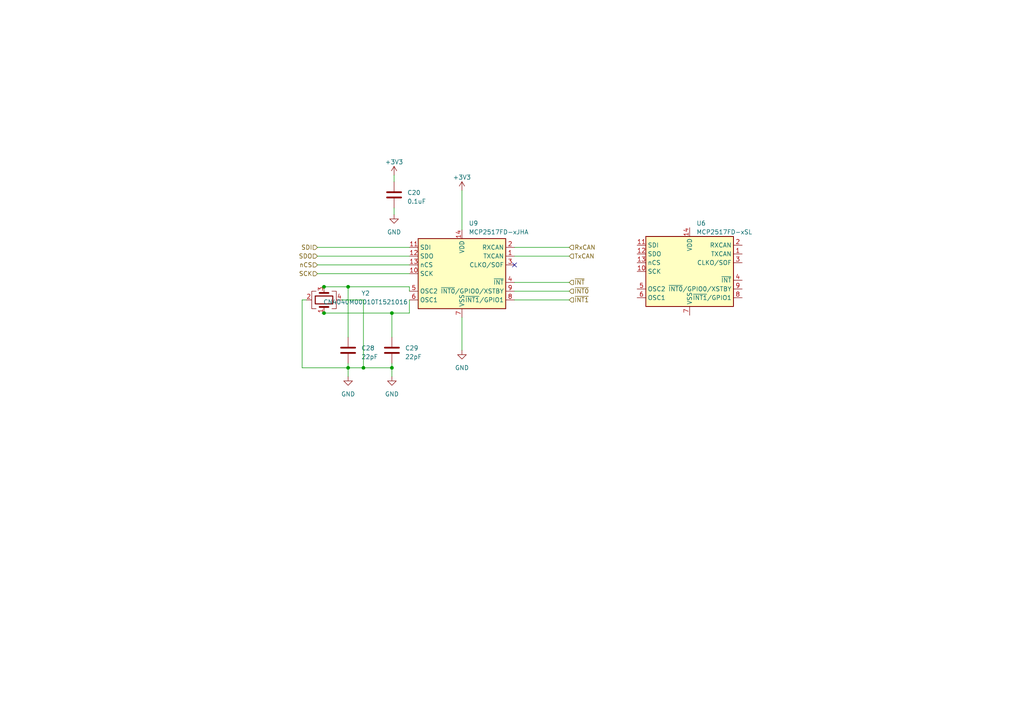
<source format=kicad_sch>
(kicad_sch (version 20230121) (generator eeschema)
  (paper "A4")
  (lib_symbols
    (symbol "Device:C" (pin_numbers hide) (pin_names (offset 0.254))
      (property "Reference" "C" (at 0.635 2.54 0))
      (property "Value" "C" (at 0.635 -2.54 0))
      (symbol "C_0_1"
        (polyline (pts (xy -2.032 -0.762) (xy 2.032 -0.762)) (stroke (width 0.508)))
        (polyline (pts (xy -2.032 0.762) (xy 2.032 0.762)) (stroke (width 0.508)))
      )
      (symbol "C_1_1"
        (pin passive line (at 0 3.81 270) (length 2.794) (name "~") (number "1"))
        (pin passive line (at 0 -3.81 90) (length 2.794) (name "~") (number "2"))
      )
    )
    (symbol "Device:Crystal_GND24" (pin_names (offset 1.016) hide)
      (property "Reference" "Y" (at 3.175 5.08 0))
      (property "Value" "Crystal_GND24" (at 3.175 3.175 0))
      (symbol "Crystal_GND24_0_1"
        (rectangle (start -1.143 2.54) (end 1.143 -2.54) (stroke (width 0.3048)))
        (polyline (pts (xy -2.54 0) (xy -2.032 0)))
        (polyline (pts (xy -2.032 -1.27) (xy -2.032 1.27)) (stroke (width 0.508)))
        (polyline (pts (xy 0 -3.81) (xy 0 -3.556)))
        (polyline (pts (xy 0 3.556) (xy 0 3.81)))
        (polyline (pts (xy 2.032 -1.27) (xy 2.032 1.27)) (stroke (width 0.508)))
        (polyline (pts (xy 2.032 0) (xy 2.54 0)))
        (polyline (pts (xy -2.54 -2.286) (xy -2.54 -3.556) (xy 2.54 -3.556) (xy 2.54 -2.286)))
        (polyline (pts (xy -2.54 2.286) (xy -2.54 3.556) (xy 2.54 3.556) (xy 2.54 2.286)))
      )
      (symbol "Crystal_GND24_1_1"
        (pin passive line (at -3.81 0 0) (length 1.27) (name "1") (number "1"))
        (pin passive line (at 0 5.08 270) (length 1.27) (name "2") (number "2"))
        (pin passive line (at 3.81 0 180) (length 1.27) (name "3") (number "3"))
        (pin passive line (at 0 -5.08 90) (length 1.27) (name "4") (number "4"))
      )
    )
    (symbol "Interface_CAN_LIN:MCP2517FD-xJHA"
      (property "Reference" "U" (at -12.7 12.7 0))
      (property "Value" "MCP2517FD-xJHA" (at 2.54 12.7 0))
      (symbol "MCP2517FD-xJHA_0_1"
        (rectangle (start -12.7 10.16) (end 12.7 -10.16) (stroke (width 0.254)) (fill (type background)))
      )
      (symbol "MCP2517FD-xJHA_1_1"
        (pin output line (at 15.24 5.08 180) (length 2.54) (name "TXCAN") (number "1"))
        (pin input line (at -15.24 0 0) (length 2.54) (name "SCK") (number "10"))
        (pin input line (at -15.24 7.62 0) (length 2.54) (name "SDI") (number "11"))
        (pin output line (at -15.24 5.08 0) (length 2.54) (name "SDO") (number "12"))
        (pin input line (at -15.24 2.54 0) (length 2.54) (name "nCS") (number "13"))
        (pin power_in line (at 0 12.7 270) (length 2.54) (name "VDD") (number "14"))
        (pin passive line (at 0 -12.7 90) (length 2.54) hide (name "VSS") (number "15"))
        (pin input line (at 15.24 7.62 180) (length 2.54) (name "RXCAN") (number "2"))
        (pin output line (at 15.24 2.54 180) (length 2.54) (name "CLKO/SOF") (number "3"))
        (pin output line (at 15.24 -2.54 180) (length 2.54) (name "~{INT}") (number "4"))
        (pin output line (at -15.24 -5.08 0) (length 2.54) (name "OSC2") (number "5"))
        (pin input line (at -15.24 -7.62 0) (length 2.54) (name "OSC1") (number "6"))
        (pin power_in line (at 0 -12.7 90) (length 2.54) (name "VSS") (number "7"))
        (pin bidirectional line (at 15.24 -7.62 180) (length 2.54) (name "~{INT1}/GPIO1") (number "8"))
        (pin bidirectional line (at 15.24 -5.08 180) (length 2.54) (name "~{INT0}/GPIO0/XSTBY") (number "9"))
      )
    )
    (symbol "Interface_CAN_LIN:MCP2517FD-xSL"
      (property "Reference" "U" (at -12.7 12.7 0))
      (property "Value" "MCP2517FD-xSL" (at 2.54 12.7 0))
      (symbol "MCP2517FD-xSL_0_1"
        (rectangle (start -12.7 10.16) (end 12.7 -10.16) (stroke (width 0.254)) (fill (type background)))
      )
      (symbol "MCP2517FD-xSL_1_1"
        (pin output line (at 15.24 5.08 180) (length 2.54) (name "TXCAN") (number "1"))
        (pin input line (at -15.24 0 0) (length 2.54) (name "SCK") (number "10"))
        (pin input line (at -15.24 7.62 0) (length 2.54) (name "SDI") (number "11"))
        (pin output line (at -15.24 5.08 0) (length 2.54) (name "SDO") (number "12"))
        (pin input line (at -15.24 2.54 0) (length 2.54) (name "nCS") (number "13"))
        (pin power_in line (at 0 12.7 270) (length 2.54) (name "VDD") (number "14"))
        (pin input line (at 15.24 7.62 180) (length 2.54) (name "RXCAN") (number "2"))
        (pin output line (at 15.24 2.54 180) (length 2.54) (name "CLKO/SOF") (number "3"))
        (pin output line (at 15.24 -2.54 180) (length 2.54) (name "~{INT}") (number "4"))
        (pin output line (at -15.24 -5.08 0) (length 2.54) (name "OSC2") (number "5"))
        (pin input line (at -15.24 -7.62 0) (length 2.54) (name "OSC1") (number "6"))
        (pin power_in line (at 0 -12.7 90) (length 2.54) (name "VSS") (number "7"))
        (pin bidirectional line (at 15.24 -7.62 180) (length 2.54) (name "~{INT1}/GPIO1") (number "8"))
        (pin bidirectional line (at 15.24 -5.08 180) (length 2.54) (name "~{INT0}/GPIO0/XSTBY") (number "9"))
      )
    )
    (symbol "PCM_4ms_Power-symbol:+3.3V" (power) (pin_names (offset 0))
      (property "Value" "+3.3V" (at 0 3.556 0))
      (symbol "+3.3V_0_1"
        (polyline (pts (xy -0.762 1.27) (xy 0 2.54)))
        (polyline (pts (xy 0 0) (xy 0 2.54)))
        (polyline (pts (xy 0 2.54) (xy 0.762 1.27)))
      )
      (symbol "+3.3V_1_1"
        (pin power_in line (at 0 0 90) (length 0) hide (name "+3V3") (number "1"))
      )
    )
    (symbol "PCM_4ms_Power-symbol:GND" (power) (pin_names (offset 0))
      (property "Value" "GND" (at 0 -3.81 0))
      (symbol "GND_0_1"
        (polyline (pts (xy 0 0) (xy 0 -1.27) (xy 1.27 -1.27) (xy 0 -2.54) (xy -1.27 -1.27) (xy 0 -1.27)))
      )
      (symbol "GND_1_1"
        (pin power_in line (at 0 0 270) (length 0) hide (name "GND") (number "1"))
      )
    )
  )
  (junction (at 93.98 83.185))
  (junction (at 93.98 90.805))
  (junction (at 100.965 83.185))
  (junction (at 113.665 106.68))
  (junction (at 113.665 90.805))
  (junction (at 105.41 106.68))
  (junction (at 100.965 106.68))
  (no_connect (at 149.225 76.835))
  (wire (pts (xy 113.665 105.41) (xy 113.665 106.68)))
  (wire (pts (xy 133.985 55.245) (xy 133.985 66.675)))
  (wire (pts (xy 92.075 76.835) (xy 118.745 76.835)))
  (wire (pts (xy 99.06 86.995) (xy 105.41 86.995)))
  (wire (pts (xy 93.98 90.805) (xy 93.345 90.805)))
  (wire (pts (xy 118.745 90.805) (xy 113.665 90.805)))
  (wire (pts (xy 100.965 105.41) (xy 100.965 106.68)))
  (wire (pts (xy 165.1 81.915) (xy 149.225 81.915)))
  (wire (pts (xy 105.41 106.68) (xy 100.965 106.68)))
  (wire (pts (xy 87.63 106.68) (xy 100.965 106.68)))
  (wire (pts (xy 149.225 74.295) (xy 165.1 74.295)))
  (wire (pts (xy 93.98 83.185) (xy 100.965 83.185)))
  (wire (pts (xy 118.745 86.995) (xy 118.745 90.805)))
  (wire (pts (xy 100.965 83.185) (xy 118.745 83.185)))
  (wire (pts (xy 88.9 86.995) (xy 87.63 86.995)))
  (wire (pts (xy 92.075 79.375) (xy 118.745 79.375)))
  (wire (pts (xy 114.3 50.8) (xy 114.3 52.705)))
  (wire (pts (xy 105.41 106.68) (xy 113.665 106.68)))
  (wire (pts (xy 165.1 84.455) (xy 149.225 84.455)))
  (wire (pts (xy 113.665 90.805) (xy 93.98 90.805)))
  (wire (pts (xy 100.965 106.68) (xy 100.965 109.22)))
  (wire (pts (xy 93.345 83.185) (xy 93.98 83.185)))
  (wire (pts (xy 92.075 74.295) (xy 118.745 74.295)))
  (wire (pts (xy 165.1 86.995) (xy 149.225 86.995)))
  (wire (pts (xy 118.745 83.185) (xy 118.745 84.455)))
  (wire (pts (xy 114.3 60.325) (xy 114.3 62.23)))
  (wire (pts (xy 149.225 71.755) (xy 165.1 71.755)))
  (wire (pts (xy 92.075 71.755) (xy 118.745 71.755)))
  (wire (pts (xy 100.965 83.185) (xy 100.965 97.79)))
  (wire (pts (xy 87.63 86.995) (xy 87.63 106.68)))
  (wire (pts (xy 113.665 106.68) (xy 113.665 109.22)))
  (wire (pts (xy 113.665 90.805) (xy 113.665 97.79)))
  (wire (pts (xy 105.41 86.995) (xy 105.41 106.68)))
  (wire (pts (xy 133.985 92.075) (xy 133.985 101.6)))
  (hierarchical_label "SCK" (shape input) (at 92.075 79.375 180))
  (hierarchical_label "nCS" (shape input) (at 92.075 76.835 180))
  (hierarchical_label "SDI" (shape input) (at 92.075 71.755 180))
  (hierarchical_label "~{INT1}" (shape input) (at 165.1 86.995 0))
  (hierarchical_label "~{INT}" (shape input) (at 165.1 81.915 0))
  (hierarchical_label "RxCAN" (shape input) (at 165.1 71.755 0))
  (hierarchical_label "~{INT0}" (shape input) (at 165.1 84.455 0))
  (hierarchical_label "TxCAN" (shape input) (at 165.1 74.295 0))
  (hierarchical_label "SDO" (shape input) (at 92.075 74.295 180))
  (symbol (lib_id "PCM_4ms_Power-symbol:GND") (at 113.665 109.22 0) (unit 1)
    (property "Reference" "#PWR047" (effects hide))
    (property "Value" "GND" (at 113.665 114.3 0))
  )
  (symbol (lib_id "Device:Crystal_GND24") (at 93.98 86.995 90) (unit 1)
    (property "Reference" "Y2" (at 106.045 85.0647 90))
    (property "Value" "CN4040M00010T1521016" (at 106.045 87.6047 90))
    (property "Footprint" "Crystal:Crystal_SMD_2016-4Pin_2.0x1.6mm" (effects hide))
  )
  (symbol (lib_id "PCM_4ms_Power-symbol:+3.3V") (at 133.985 55.245 0) (unit 1)
    (property "Reference" "#PWR033" (effects hide))
    (property "Value" "+3.3V" (at 133.985 51.435 0))
  )
  (symbol (lib_id "Device:C") (at 100.965 101.6 0) (unit 1)
    (property "Reference" "C28" (at 104.775 100.965 0) (effects (justify left)))
    (property "Value" "22pF" (at 104.775 103.505 0) (effects (justify left)))
    (property "Footprint" "Capacitor_SMD:C_0603_1608Metric_Pad1.08x0.95mm_HandSolder" (effects hide))
  )
  (symbol (lib_id "Interface_CAN_LIN:MCP2517FD-xJHA") (at 133.985 79.375 0) (unit 1)
    (property "Reference" "U9" (at 135.9409 64.77 0) (effects (justify left)))
    (property "Value" "MCP2517FD-xJHA" (at 135.9409 67.31 0) (effects (justify left)))
    (property "Footprint" "Package_DFN_QFN:DFN-14-1EP_3x4.5mm_P0.65mm_EP1.65x4.25mm" (effects hide))
    (property "Datasheet" "https://ww1.microchip.com/downloads/en/DeviceDoc/20005688A.pdf" (effects hide))
  )
  (symbol (lib_id "Interface_CAN_LIN:MCP2517FD-xSL") (at 200.025 78.74 0) (unit 1)
    (property "Reference" "U6" (at 201.9809 64.77 0) (effects (justify left)))
    (property "Value" "MCP2517FD-xSL" (at 201.9809 67.31 0) (effects (justify left)))
    (property "Footprint" "Package_SO:SOIC-14_3.9x8.7mm_P1.27mm" (effects hide))
    (property "Datasheet" "https://ww1.microchip.com/downloads/en/DeviceDoc/20005688A.pdf" (effects hide))
  )
  (symbol (lib_id "Device:C") (at 114.3 56.515 0) (unit 1)
    (property "Reference" "C20" (at 118.11 55.88 0) (effects (justify left)))
    (property "Value" "0.1uF" (at 118.11 58.42 0) (effects (justify left)))
    (property "Footprint" "Capacitor_SMD:C_0603_1608Metric_Pad1.08x0.95mm_HandSolder" (effects hide))
  )
  (symbol (lib_id "Device:C") (at 113.665 101.6 0) (unit 1)
    (property "Reference" "C29" (at 117.475 100.965 0) (effects (justify left)))
    (property "Value" "22pF" (at 117.475 103.505 0) (effects (justify left)))
    (property "Footprint" "Capacitor_SMD:C_0603_1608Metric_Pad1.08x0.95mm_HandSolder" (effects hide))
  )
  (symbol (lib_id "PCM_4ms_Power-symbol:GND") (at 100.965 109.22 0) (unit 1)
    (property "Reference" "#PWR048" (effects hide))
    (property "Value" "GND" (at 100.965 114.3 0))
  )
  (symbol (lib_id "PCM_4ms_Power-symbol:+3.3V") (at 114.3 50.8 0) (unit 1)
    (property "Reference" "#PWR036" (effects hide))
    (property "Value" "+3.3V" (at 114.3 46.99 0))
  )
  (symbol (lib_id "PCM_4ms_Power-symbol:GND") (at 133.985 101.6 0) (unit 1)
    (property "Reference" "#PWR034" (effects hide))
    (property "Value" "GND" (at 133.985 106.68 0))
  )
  (symbol (lib_id "PCM_4ms_Power-symbol:GND") (at 114.3 62.23 0) (unit 1)
    (property "Reference" "#PWR035" (effects hide))
    (property "Value" "GND" (at 114.3 67.31 0))
  )
)
</source>
